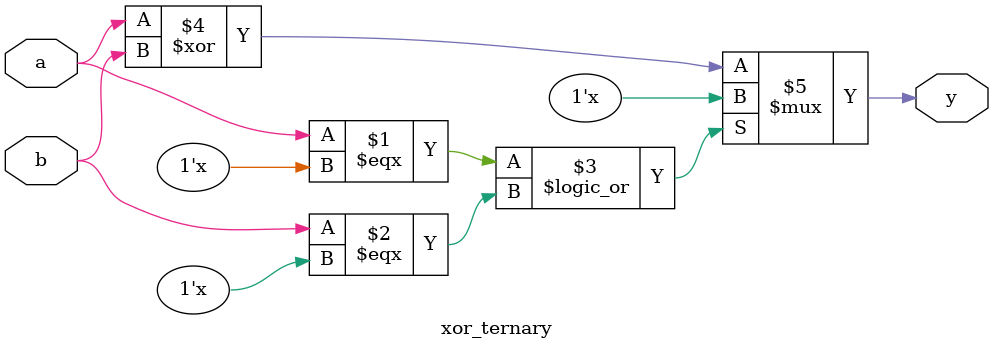
<source format=sv>
module xor_ternary(input a, b, output y);
    assign y = (a === 1'bx || b === 1'bx) ? 1'bx : a ^ b;
endmodule
</source>
